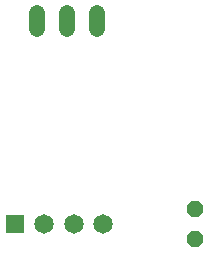
<source format=gbr>
G04 EAGLE Gerber RS-274X export*
G75*
%MOMM*%
%FSLAX34Y34*%
%LPD*%
%AMOC8*
5,1,8,0,0,1.08239X$1,22.5*%
G01*
%ADD10R,1.650000X1.650000*%
%ADD11C,1.650000*%
%ADD12P,1.429621X8X112.500000*%
%ADD13C,1.320800*%


D10*
X95250Y38100D03*
D11*
X120250Y38100D03*
X145250Y38100D03*
X170250Y38100D03*
D12*
X247650Y25400D03*
X247650Y50800D03*
D13*
X165100Y202946D02*
X165100Y216154D01*
X114300Y216154D02*
X114300Y202946D01*
X139700Y202946D02*
X139700Y216154D01*
M02*

</source>
